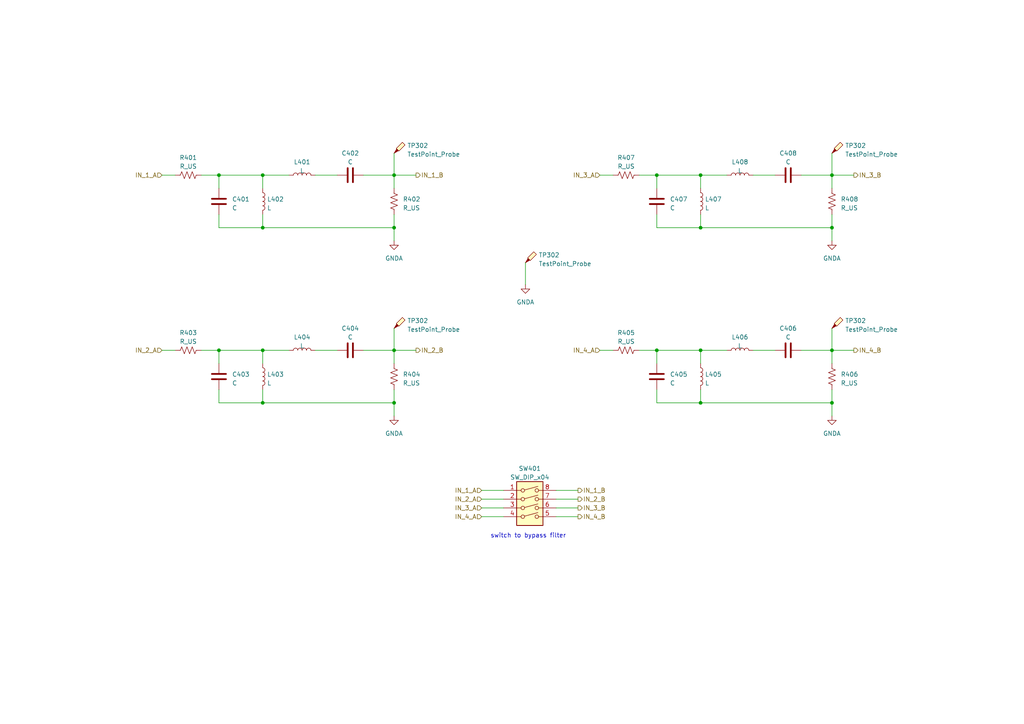
<source format=kicad_sch>
(kicad_sch (version 20230121) (generator eeschema)
  (paper "A4")
  (lib_symbols
    (symbol "Connector:TestPoint_Probe" (pin_numbers hide) (pin_names (offset 0.762) hide)
      (property "Reference" "TP" (at 1.651 5.842 0))
      (property "Value" "TestPoint_Probe" (at 1.651 4.064 0))
      (symbol "TestPoint_Probe_0_1"
        (polyline (pts (xy 1.27 0.762) (xy 0 0) (xy 0.762 1.27) (xy 1.27 0.762)) (fill (type outline)))
        (polyline (pts (xy 1.397 0.635) (xy 0.635 1.397) (xy 2.413 3.175) (xy 3.175 2.413) (xy 1.397 0.635)) (fill (type background)))
      )
      (symbol "TestPoint_Probe_1_1"
        (pin passive line (at 0 0 90) (length 0) (name "1") (number "1"))
      )
    )
    (symbol "Device:C" (pin_numbers hide) (pin_names (offset 0.254))
      (property "Reference" "C" (at 0.635 2.54 0))
      (property "Value" "C" (at 0.635 -2.54 0))
      (symbol "C_0_1"
        (polyline (pts (xy -2.032 -0.762) (xy 2.032 -0.762)) (stroke (width 0.508)))
        (polyline (pts (xy -2.032 0.762) (xy 2.032 0.762)) (stroke (width 0.508)))
      )
      (symbol "C_1_1"
        (pin passive line (at 0 3.81 270) (length 2.794) (name "~") (number "1"))
        (pin passive line (at 0 -3.81 90) (length 2.794) (name "~") (number "2"))
      )
    )
    (symbol "Device:L" (pin_numbers hide) (pin_names (offset 1.016) hide)
      (property "Reference" "L" (at -1.27 0 90))
      (property "Value" "L" (at 1.905 0 90))
      (symbol "L_0_1"
        (arc (start 0 -2.54) (mid 0.6323 -1.905) (end 0 -1.27))
        (arc (start 0 -1.27) (mid 0.6323 -0.635) (end 0 0))
        (arc (start 0 0) (mid 0.6323 0.635) (end 0 1.27))
        (arc (start 0 1.27) (mid 0.6323 1.905) (end 0 2.54))
      )
      (symbol "L_1_1"
        (pin passive line (at 0 3.81 270) (length 1.27) (name "1") (number "1"))
        (pin passive line (at 0 -3.81 90) (length 1.27) (name "2") (number "2"))
      )
    )
    (symbol "Device:R_US" (pin_numbers hide) (pin_names (offset 0))
      (property "Reference" "R" (at 2.54 0 90))
      (property "Value" "R_US" (at -2.54 0 90))
      (symbol "R_US_0_1"
        (polyline (pts (xy 0 -2.286) (xy 0 -2.54)))
        (polyline (pts (xy 0 2.286) (xy 0 2.54)))
        (polyline (pts (xy 0 -0.762) (xy 1.016 -1.143) (xy 0 -1.524) (xy -1.016 -1.905) (xy 0 -2.286)))
        (polyline (pts (xy 0 0.762) (xy 1.016 0.381) (xy 0 0) (xy -1.016 -0.381) (xy 0 -0.762)))
        (polyline (pts (xy 0 2.286) (xy 1.016 1.905) (xy 0 1.524) (xy -1.016 1.143) (xy 0 0.762)))
      )
      (symbol "R_US_1_1"
        (pin passive line (at 0 3.81 270) (length 1.27) (name "~") (number "1"))
        (pin passive line (at 0 -3.81 90) (length 1.27) (name "~") (number "2"))
      )
    )
    (symbol "Switch:SW_DIP_x04" (pin_names (offset 0) hide)
      (property "Reference" "SW" (at 0 8.89 0))
      (property "Value" "SW_DIP_x04" (at 0 -6.35 0))
      (symbol "SW_DIP_x04_0_0"
        (circle (center -2.032 -2.54) (radius 0.508))
        (circle (center -2.032 0) (radius 0.508))
        (circle (center -2.032 2.54) (radius 0.508))
        (circle (center -2.032 5.08) (radius 0.508))
        (polyline (pts (xy -1.524 -2.3876) (xy 2.3622 -1.3462)))
        (polyline (pts (xy -1.524 0.127) (xy 2.3622 1.1684)))
        (polyline (pts (xy -1.524 2.667) (xy 2.3622 3.7084)))
        (polyline (pts (xy -1.524 5.207) (xy 2.3622 6.2484)))
        (circle (center 2.032 -2.54) (radius 0.508))
        (circle (center 2.032 0) (radius 0.508))
        (circle (center 2.032 2.54) (radius 0.508))
        (circle (center 2.032 5.08) (radius 0.508))
      )
      (symbol "SW_DIP_x04_0_1"
        (rectangle (start -3.81 7.62) (end 3.81 -5.08) (stroke (width 0.254)) (fill (type background)))
      )
      (symbol "SW_DIP_x04_1_1"
        (pin passive line (at -7.62 5.08 0) (length 5.08) (name "~") (number "1"))
        (pin passive line (at -7.62 2.54 0) (length 5.08) (name "~") (number "2"))
        (pin passive line (at -7.62 0 0) (length 5.08) (name "~") (number "3"))
        (pin passive line (at -7.62 -2.54 0) (length 5.08) (name "~") (number "4"))
        (pin passive line (at 7.62 -2.54 180) (length 5.08) (name "~") (number "5"))
        (pin passive line (at 7.62 0 180) (length 5.08) (name "~") (number "6"))
        (pin passive line (at 7.62 2.54 180) (length 5.08) (name "~") (number "7"))
        (pin passive line (at 7.62 5.08 180) (length 5.08) (name "~") (number "8"))
      )
    )
    (symbol "power:GNDA" (power) (pin_names (offset 0))
      (property "Value" "GNDA" (at 0 -3.81 0))
      (symbol "GNDA_0_1"
        (polyline (pts (xy 0 0) (xy 0 -1.27) (xy 1.27 -1.27) (xy 0 -2.54) (xy -1.27 -1.27) (xy 0 -1.27)))
      )
      (symbol "GNDA_1_1"
        (pin power_in line (at 0 0 270) (length 0) hide (name "GNDA") (number "1"))
      )
    )
  )
  (junction (at 241.3 66.04))
  (junction (at 190.5 50.8))
  (junction (at 203.2 101.6))
  (junction (at 114.3 101.6))
  (junction (at 241.3 101.6))
  (junction (at 203.2 66.04))
  (junction (at 63.5 101.6))
  (junction (at 203.2 116.84))
  (junction (at 241.3 116.84))
  (junction (at 190.5 101.6))
  (junction (at 76.2 50.8))
  (junction (at 241.3 50.8))
  (junction (at 76.2 116.84))
  (junction (at 203.2 50.8))
  (junction (at 114.3 116.84))
  (junction (at 63.5 50.8))
  (junction (at 76.2 101.6))
  (junction (at 114.3 66.04))
  (junction (at 114.3 50.8))
  (junction (at 76.2 66.04))
  (wire (pts (xy 241.3 66.04) (xy 241.3 69.85)))
  (wire (pts (xy 114.3 101.6) (xy 120.65 101.6)))
  (wire (pts (xy 203.2 101.6) (xy 210.82 101.6)))
  (wire (pts (xy 76.2 101.6) (xy 83.82 101.6)))
  (wire (pts (xy 173.99 101.6) (xy 177.8 101.6)))
  (wire (pts (xy 241.3 66.04) (xy 241.3 62.23)))
  (wire (pts (xy 114.3 101.6) (xy 114.3 105.41)))
  (wire (pts (xy 203.2 50.8) (xy 210.82 50.8)))
  (wire (pts (xy 105.41 50.8) (xy 114.3 50.8)))
  (wire (pts (xy 139.7 142.24) (xy 146.05 142.24)))
  (wire (pts (xy 114.3 50.8) (xy 120.65 50.8)))
  (wire (pts (xy 63.5 50.8) (xy 63.5 54.61)))
  (wire (pts (xy 203.2 50.8) (xy 203.2 54.61)))
  (wire (pts (xy 241.3 101.6) (xy 247.65 101.6)))
  (wire (pts (xy 190.5 113.03) (xy 190.5 116.84)))
  (wire (pts (xy 232.41 50.8) (xy 241.3 50.8)))
  (wire (pts (xy 241.3 116.84) (xy 241.3 113.03)))
  (wire (pts (xy 58.42 50.8) (xy 63.5 50.8)))
  (wire (pts (xy 58.42 101.6) (xy 63.5 101.6)))
  (wire (pts (xy 161.29 149.86) (xy 167.64 149.86)))
  (wire (pts (xy 190.5 101.6) (xy 203.2 101.6)))
  (wire (pts (xy 76.2 116.84) (xy 114.3 116.84)))
  (wire (pts (xy 161.29 144.78) (xy 167.64 144.78)))
  (wire (pts (xy 114.3 66.04) (xy 114.3 69.85)))
  (wire (pts (xy 63.5 62.23) (xy 63.5 66.04)))
  (wire (pts (xy 139.7 147.32) (xy 146.05 147.32)))
  (wire (pts (xy 190.5 50.8) (xy 203.2 50.8)))
  (wire (pts (xy 203.2 116.84) (xy 241.3 116.84)))
  (wire (pts (xy 152.4 76.2) (xy 152.4 82.55)))
  (wire (pts (xy 218.44 50.8) (xy 224.79 50.8)))
  (wire (pts (xy 63.5 101.6) (xy 63.5 105.41)))
  (wire (pts (xy 63.5 116.84) (xy 76.2 116.84)))
  (wire (pts (xy 139.7 149.86) (xy 146.05 149.86)))
  (wire (pts (xy 63.5 50.8) (xy 76.2 50.8)))
  (wire (pts (xy 114.3 44.45) (xy 114.3 50.8)))
  (wire (pts (xy 161.29 142.24) (xy 167.64 142.24)))
  (wire (pts (xy 173.99 50.8) (xy 177.8 50.8)))
  (wire (pts (xy 185.42 50.8) (xy 190.5 50.8)))
  (wire (pts (xy 241.3 44.45) (xy 241.3 50.8)))
  (wire (pts (xy 46.99 101.6) (xy 50.8 101.6)))
  (wire (pts (xy 76.2 50.8) (xy 76.2 54.61)))
  (wire (pts (xy 63.5 101.6) (xy 76.2 101.6)))
  (wire (pts (xy 114.3 66.04) (xy 114.3 62.23)))
  (wire (pts (xy 241.3 50.8) (xy 241.3 54.61)))
  (wire (pts (xy 241.3 101.6) (xy 241.3 105.41)))
  (wire (pts (xy 91.44 101.6) (xy 97.79 101.6)))
  (wire (pts (xy 91.44 50.8) (xy 97.79 50.8)))
  (wire (pts (xy 203.2 116.84) (xy 203.2 113.03)))
  (wire (pts (xy 190.5 116.84) (xy 203.2 116.84)))
  (wire (pts (xy 161.29 147.32) (xy 167.64 147.32)))
  (wire (pts (xy 63.5 113.03) (xy 63.5 116.84)))
  (wire (pts (xy 218.44 101.6) (xy 224.79 101.6)))
  (wire (pts (xy 190.5 62.23) (xy 190.5 66.04)))
  (wire (pts (xy 76.2 66.04) (xy 76.2 62.23)))
  (wire (pts (xy 203.2 66.04) (xy 241.3 66.04)))
  (wire (pts (xy 114.3 116.84) (xy 114.3 113.03)))
  (wire (pts (xy 190.5 50.8) (xy 190.5 54.61)))
  (wire (pts (xy 203.2 101.6) (xy 203.2 105.41)))
  (wire (pts (xy 46.99 50.8) (xy 50.8 50.8)))
  (wire (pts (xy 232.41 101.6) (xy 241.3 101.6)))
  (wire (pts (xy 76.2 50.8) (xy 83.82 50.8)))
  (wire (pts (xy 114.3 116.84) (xy 114.3 120.65)))
  (wire (pts (xy 241.3 116.84) (xy 241.3 120.65)))
  (wire (pts (xy 185.42 101.6) (xy 190.5 101.6)))
  (wire (pts (xy 241.3 50.8) (xy 247.65 50.8)))
  (wire (pts (xy 241.3 95.25) (xy 241.3 101.6)))
  (wire (pts (xy 63.5 66.04) (xy 76.2 66.04)))
  (wire (pts (xy 139.7 144.78) (xy 146.05 144.78)))
  (wire (pts (xy 105.41 101.6) (xy 114.3 101.6)))
  (wire (pts (xy 114.3 50.8) (xy 114.3 54.61)))
  (wire (pts (xy 190.5 66.04) (xy 203.2 66.04)))
  (wire (pts (xy 76.2 66.04) (xy 114.3 66.04)))
  (wire (pts (xy 114.3 95.25) (xy 114.3 101.6)))
  (wire (pts (xy 76.2 101.6) (xy 76.2 105.41)))
  (wire (pts (xy 203.2 66.04) (xy 203.2 62.23)))
  (wire (pts (xy 190.5 101.6) (xy 190.5 105.41)))
  (wire (pts (xy 76.2 116.84) (xy 76.2 113.03)))
  (text "switch to bypass filter" (at 142.24 156.21 0) (effects (font (size 1.27 1.27)) (justify left bottom)))
  (hierarchical_label "IN_2_A" (shape input) (at 139.7 144.78 180))
  (hierarchical_label "IN_3_B" (shape output) (at 247.65 50.8 0))
  (hierarchical_label "IN_2_B" (shape output) (at 120.65 101.6 0))
  (hierarchical_label "IN_4_B" (shape output) (at 247.65 101.6 0))
  (hierarchical_label "IN_2_B" (shape output) (at 167.64 144.78 0))
  (hierarchical_label "IN_1_B" (shape output) (at 120.65 50.8 0))
  (hierarchical_label "IN_1_B" (shape output) (at 167.64 142.24 0))
  (hierarchical_label "IN_3_A" (shape input) (at 139.7 147.32 180))
  (hierarchical_label "IN_3_B" (shape output) (at 167.64 147.32 0))
  (hierarchical_label "IN_1_A" (shape input) (at 139.7 142.24 180))
  (hierarchical_label "IN_4_A" (shape input) (at 173.99 101.6 180))
  (hierarchical_label "IN_4_B" (shape output) (at 167.64 149.86 0))
  (hierarchical_label "IN_4_A" (shape input) (at 139.7 149.86 180))
  (hierarchical_label "IN_2_A" (shape input) (at 46.99 101.6 180))
  (hierarchical_label "IN_3_A" (shape input) (at 173.99 50.8 180))
  (hierarchical_label "IN_1_A" (shape input) (at 46.99 50.8 180))
  (symbol (lib_id "Device:L") (at 87.63 101.6 90) (unit 1)
    (property "Reference" "L404" (at 87.63 97.79 90))
    (property "Value" "L" (at 87.63 100.33 90))
  )
  (symbol (lib_id "Device:R_US") (at 181.61 50.8 90) (unit 1)
    (property "Reference" "R407" (at 181.61 45.72 90))
    (property "Value" "R_US" (at 181.61 48.26 90))
  )
  (symbol (lib_id "Device:C") (at 101.6 50.8 90) (unit 1)
    (property "Reference" "C402" (at 101.6 44.45 90))
    (property "Value" "C" (at 101.6 46.99 90))
  )
  (symbol (lib_id "Device:C") (at 63.5 109.22 0) (unit 1)
    (property "Reference" "C403" (at 67.31 108.585 0) (effects (justify left)))
    (property "Value" "C" (at 67.31 111.125 0) (effects (justify left)))
  )
  (symbol (lib_id "power:GNDA") (at 241.3 69.85 0) (unit 1)
    (property "Reference" "#PWR0405" (effects hide))
    (property "Value" "GNDA" (at 241.3 74.93 0))
  )
  (symbol (lib_id "Device:L") (at 214.63 101.6 90) (unit 1)
    (property "Reference" "L406" (at 214.63 97.79 90))
    (property "Value" "L" (at 214.63 100.33 90))
  )
  (symbol (lib_id "Device:C") (at 228.6 101.6 90) (unit 1)
    (property "Reference" "C406" (at 228.6 95.25 90))
    (property "Value" "C" (at 228.6 97.79 90))
  )
  (symbol (lib_id "Device:L") (at 203.2 58.42 0) (unit 1)
    (property "Reference" "L407" (at 204.47 57.785 0) (effects (justify left)))
    (property "Value" "L" (at 204.47 60.325 0) (effects (justify left)))
  )
  (symbol (lib_id "Device:L") (at 214.63 50.8 90) (unit 1)
    (property "Reference" "L408" (at 214.63 46.99 90))
    (property "Value" "L" (at 214.63 49.53 90))
  )
  (symbol (lib_id "Device:C") (at 190.5 58.42 0) (unit 1)
    (property "Reference" "C407" (at 194.31 57.785 0) (effects (justify left)))
    (property "Value" "C" (at 194.31 60.325 0) (effects (justify left)))
  )
  (symbol (lib_id "Switch:SW_DIP_x04") (at 153.67 147.32 0) (unit 1)
    (property "Reference" "SW401" (at 153.67 135.89 0))
    (property "Value" "SW_DIP_x04" (at 153.67 138.43 0))
  )
  (symbol (lib_id "Device:L") (at 76.2 109.22 0) (unit 1)
    (property "Reference" "L403" (at 77.47 108.585 0) (effects (justify left)))
    (property "Value" "L" (at 77.47 111.125 0) (effects (justify left)))
  )
  (symbol (lib_id "Device:R_US") (at 54.61 50.8 90) (unit 1)
    (property "Reference" "R401" (at 54.61 45.72 90))
    (property "Value" "R_US" (at 54.61 48.26 90))
  )
  (symbol (lib_id "Device:L") (at 203.2 109.22 0) (unit 1)
    (property "Reference" "L405" (at 204.47 108.585 0) (effects (justify left)))
    (property "Value" "L" (at 204.47 111.125 0) (effects (justify left)))
  )
  (symbol (lib_id "power:GNDA") (at 114.3 69.85 0) (unit 1)
    (property "Reference" "#PWR0401" (effects hide))
    (property "Value" "GNDA" (at 114.3 74.93 0))
  )
  (symbol (lib_id "power:GNDA") (at 114.3 120.65 0) (unit 1)
    (property "Reference" "#PWR0403" (effects hide))
    (property "Value" "GNDA" (at 114.3 125.73 0))
  )
  (symbol (lib_id "power:GNDA") (at 241.3 120.65 0) (unit 1)
    (property "Reference" "#PWR0404" (effects hide))
    (property "Value" "GNDA" (at 241.3 125.73 0))
  )
  (symbol (lib_id "Device:R_US") (at 181.61 101.6 90) (unit 1)
    (property "Reference" "R405" (at 181.61 96.52 90))
    (property "Value" "R_US" (at 181.61 99.06 90))
  )
  (symbol (lib_id "Device:C") (at 101.6 101.6 90) (unit 1)
    (property "Reference" "C404" (at 101.6 95.25 90))
    (property "Value" "C" (at 101.6 97.79 90))
  )
  (symbol (lib_id "Connector:TestPoint_Probe") (at 152.4 76.2 0) (unit 1)
    (property "Reference" "TP302" (at 156.21 73.9775 0) (effects (justify left)))
    (property "Value" "TestPoint_Probe" (at 156.21 76.5175 0) (effects (justify left)))
    (instances (project "hydrophone board" (path "" (reference "TP302") (unit 1)) (path "" (reference "TP305") (unit 1)) (path "" (reference "TP402") (unit 1))))
  )
  (symbol (lib_id "Device:L") (at 76.2 58.42 0) (unit 1)
    (property "Reference" "L402" (at 77.47 57.785 0) (effects (justify left)))
    (property "Value" "L" (at 77.47 60.325 0) (effects (justify left)))
  )
  (symbol (lib_id "Connector:TestPoint_Probe") (at 241.3 95.25 0) (unit 1)
    (property "Reference" "TP302" (at 245.11 93.0275 0) (effects (justify left)))
    (property "Value" "TestPoint_Probe" (at 245.11 95.5675 0) (effects (justify left)))
    (instances (project "hydrophone board" (path "" (reference "TP302") (unit 1)) (path "" (reference "TP305") (unit 1)) (path "" (reference "TP404") (unit 1))))
  )
  (symbol (lib_id "Device:L") (at 87.63 50.8 90) (unit 1)
    (property "Reference" "L401" (at 87.63 46.99 90))
    (property "Value" "L" (at 87.63 49.53 90))
  )
  (symbol (lib_id "Connector:TestPoint_Probe") (at 241.3 44.45 0) (unit 1)
    (property "Reference" "TP302" (at 245.11 42.2275 0) (effects (justify left)))
    (property "Value" "TestPoint_Probe" (at 245.11 44.7675 0) (effects (justify left)))
    (instances (project "hydrophone board" (path "" (reference "TP302") (unit 1)) (path "" (reference "TP305") (unit 1)) (path "" (reference "TP405") (unit 1))))
  )
  (symbol (lib_id "Device:R_US") (at 54.61 101.6 90) (unit 1)
    (property "Reference" "R403" (at 54.61 96.52 90))
    (property "Value" "R_US" (at 54.61 99.06 90))
  )
  (symbol (lib_id "Device:C") (at 63.5 58.42 0) (unit 1)
    (property "Reference" "C401" (at 67.31 57.785 0) (effects (justify left)))
    (property "Value" "C" (at 67.31 60.325 0) (effects (justify left)))
  )
  (symbol (lib_id "Connector:TestPoint_Probe") (at 114.3 95.25 0) (unit 1)
    (property "Reference" "TP302" (at 118.11 93.0275 0) (effects (justify left)))
    (property "Value" "TestPoint_Probe" (at 118.11 95.5675 0) (effects (justify left)))
    (instances (project "hydrophone board" (path "" (reference "TP302") (unit 1)) (path "" (reference "TP305") (unit 1)) (path "" (reference "TP403") (unit 1))))
  )
  (symbol (lib_id "Device:R_US") (at 114.3 109.22 180) (unit 1)
    (property "Reference" "R404" (at 116.84 108.585 0) (effects (justify right)))
    (property "Value" "R_US" (at 116.84 111.125 0) (effects (justify right)))
  )
  (symbol (lib_id "Device:C") (at 228.6 50.8 90) (unit 1)
    (property "Reference" "C408" (at 228.6 44.45 90))
    (property "Value" "C" (at 228.6 46.99 90))
  )
  (symbol (lib_id "Device:C") (at 190.5 109.22 0) (unit 1)
    (property "Reference" "C405" (at 194.31 108.585 0) (effects (justify left)))
    (property "Value" "C" (at 194.31 111.125 0) (effects (justify left)))
  )
  (symbol (lib_id "power:GNDA") (at 152.4 82.55 0) (unit 1)
    (property "Reference" "#PWR0402" (effects hide))
    (property "Value" "GNDA" (at 152.4 87.63 0))
  )
  (symbol (lib_id "Device:R_US") (at 241.3 58.42 180) (unit 1)
    (property "Reference" "R408" (at 243.84 57.785 0) (effects (justify right)))
    (property "Value" "R_US" (at 243.84 60.325 0) (effects (justify right)))
  )
  (symbol (lib_id "Device:R_US") (at 241.3 109.22 180) (unit 1)
    (property "Reference" "R406" (at 243.84 108.585 0) (effects (justify right)))
    (property "Value" "R_US" (at 243.84 111.125 0) (effects (justify right)))
  )
  (symbol (lib_id "Device:R_US") (at 114.3 58.42 180) (unit 1)
    (property "Reference" "R402" (at 116.84 57.785 0) (effects (justify right)))
    (property "Value" "R_US" (at 116.84 60.325 0) (effects (justify right)))
  )
  (symbol (lib_id "Connector:TestPoint_Probe") (at 114.3 44.45 0) (unit 1)
    (property "Reference" "TP302" (at 118.11 42.2275 0) (effects (justify left)))
    (property "Value" "TestPoint_Probe" (at 118.11 44.7675 0) (effects (justify left)))
    (instances (project "hydrophone board" (path "" (reference "TP302") (unit 1)) (path "" (reference "TP305") (unit 1)) (path "" (reference "TP401") (unit 1))))
  )
)
</source>
